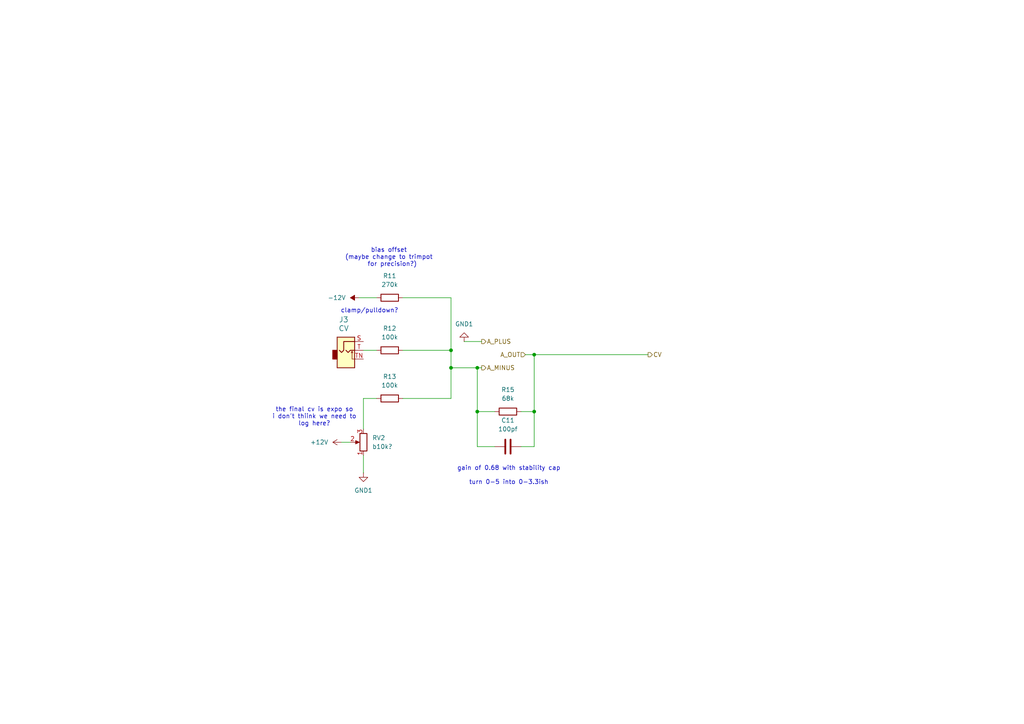
<source format=kicad_sch>
(kicad_sch (version 20231120) (generator "eeschema") (generator_version "8.0")
  (paper "A4")
  (lib_symbols
    (symbol "Device:C" (pin_numbers hide) (pin_names (offset 0.254))
      (property "Reference" "C" (at 0.635 2.54 0))
      (property "Value" "C" (at 0.635 -2.54 0))
      (symbol "C_0_1"
        (polyline (pts (xy -2.032 -0.762) (xy 2.032 -0.762)) (stroke (width 0.508)))
        (polyline (pts (xy -2.032 0.762) (xy 2.032 0.762)) (stroke (width 0.508)))
      )
      (symbol "C_1_1"
        (pin passive line (at 0 3.81 270) (length 2.794) (name "~") (number "1"))
        (pin passive line (at 0 -3.81 90) (length 2.794) (name "~") (number "2"))
      )
    )
    (symbol "KitsBlips:-12V" (power) (pin_numbers hide) (pin_names (offset 0) hide)
      (property "Value" "-12V" (at 0 3.556 0))
      (symbol "-12V_0_0"
        (pin power_in line (at 0 0 90) (length 0) (name "~") (number "1"))
      )
      (symbol "-12V_0_1"
        (polyline (pts (xy 0 0) (xy 0 1.27) (xy 0.762 1.27) (xy 0 2.54) (xy -0.762 1.27) (xy 0 1.27)) (fill (type outline)))
      )
    )
    (symbol "KitsBlips:3.5mm_Mono_Switched" (pin_names (offset 0) hide)
      (property "Reference" "J" (at -5.588 -6.35 0))
      (property "Value" "3.5mm_Mono_Switched" (at -1.27 7.112 0))
      (symbol "3.5mm_Mono_Switched_0_1"
        (rectangle (start -7.62 1.27) (end -8.89 -1.27) (stroke (width 0.254)) (fill (type outline)))
        (rectangle (start -7.62 5.08) (end -2.54 -3.81) (stroke (width 0.254)) (fill (type background)))
        (polyline (pts (xy -3.302 1.016) (xy -3.048 0.508)))
        (polyline (pts (xy -5.08 1.27) (xy -4.445 0.635) (xy -3.81 1.27) (xy -2.54 1.27)) (stroke (width 0.254)))
        (polyline (pts (xy -2.54 -1.27) (xy -3.302 -1.27) (xy -3.302 1.016) (xy -3.556 0.508)))
        (polyline (pts (xy -2.54 3.81) (xy -5.715 3.81) (xy -5.715 1.27) (xy -6.35 0.635) (xy -6.985 1.27)) (stroke (width 0.254)))
      )
      (symbol "3.5mm_Mono_Switched_1_1"
        (pin passive line (at 0 3.81 180) (length 2.54) (name "~") (number "S"))
        (pin passive line (at 0 1.27 180) (length 2.54) (name "~") (number "T"))
        (pin passive line (at 0 -1.27 180) (length 2.54) (name "~") (number "TN"))
      )
    )
    (symbol "KitsBlips:R" (pin_numbers hide) (pin_names (offset 0))
      (property "Reference" "R" (at 2.032 0 90))
      (property "Value" "R" (at 0 0 90))
      (symbol "R_0_1"
        (rectangle (start -1.016 -2.54) (end 1.016 2.54) (stroke (width 0.254)))
      )
      (symbol "R_1_1"
        (pin passive line (at 0 3.81 270) (length 1.27) (name "~") (number "1"))
        (pin passive line (at 0 -3.81 90) (length 1.27) (name "~") (number "2"))
      )
    )
    (symbol "KitsBlips:R_Potentiometer" (pin_names (offset 1.016) hide)
      (property "Reference" "RV" (at -4.445 0 90))
      (property "Value" "R_Potentiometer" (at -2.54 0 90))
      (symbol "R_Potentiometer_0_1"
        (polyline (pts (xy 2.54 0) (xy 1.524 0)))
        (polyline (pts (xy 1.143 0) (xy 2.286 0.508) (xy 2.286 -0.508) (xy 1.143 0)) (fill (type outline)))
        (rectangle (start 1.016 2.54) (end -1.016 -2.54) (stroke (width 0.254)))
      )
      (symbol "R_Potentiometer_1_1"
        (pin passive line (at 0 3.81 270) (length 1.27) (name "1") (number "1"))
        (pin passive line (at 3.81 0 180) (length 1.27) (name "2") (number "2"))
        (pin passive line (at 0 -3.81 90) (length 1.27) (name "3") (number "3"))
      )
    )
    (symbol "power:+12V" (power) (pin_numbers hide) (pin_names (offset 0) hide)
      (property "Value" "+12V" (at 0 3.556 0))
      (symbol "+12V_0_1"
        (polyline (pts (xy -0.762 1.27) (xy 0 2.54)))
        (polyline (pts (xy 0 0) (xy 0 2.54)))
        (polyline (pts (xy 0 2.54) (xy 0.762 1.27)))
      )
      (symbol "+12V_1_1"
        (pin power_in line (at 0 0 90) (length 0) (name "~") (number "1"))
      )
    )
    (symbol "power:GND1" (power) (pin_numbers hide) (pin_names (offset 0) hide)
      (property "Value" "GND1" (at 0 -3.81 0))
      (symbol "GND1_0_1"
        (polyline (pts (xy 0 0) (xy 0 -1.27) (xy 1.27 -1.27) (xy 0 -2.54) (xy -1.27 -1.27) (xy 0 -1.27)))
      )
      (symbol "GND1_1_1"
        (pin power_in line (at 0 0 270) (length 0) (name "~") (number "1"))
      )
    )
  )
  (junction (at 130.81 101.6))
  (junction (at 138.43 106.68))
  (junction (at 154.94 119.38))
  (junction (at 154.94 102.87))
  (junction (at 130.81 106.68))
  (junction (at 138.43 119.38))
  (wire (pts (xy 152.4 102.87) (xy 154.94 102.87)))
  (wire (pts (xy 130.81 101.6) (xy 130.81 106.68)))
  (wire (pts (xy 154.94 102.87) (xy 187.96 102.87)))
  (wire (pts (xy 104.14 86.36) (xy 109.22 86.36)))
  (wire (pts (xy 154.94 102.87) (xy 154.94 119.38)))
  (wire (pts (xy 130.81 106.68) (xy 138.43 106.68)))
  (wire (pts (xy 99.06 128.27) (xy 101.6 128.27)))
  (wire (pts (xy 116.84 101.6) (xy 130.81 101.6)))
  (wire (pts (xy 138.43 119.38) (xy 138.43 106.68)))
  (wire (pts (xy 143.51 129.54) (xy 138.43 129.54)))
  (wire (pts (xy 105.41 115.57) (xy 109.22 115.57)))
  (wire (pts (xy 151.13 119.38) (xy 154.94 119.38)))
  (wire (pts (xy 130.81 86.36) (xy 130.81 101.6)))
  (wire (pts (xy 151.13 129.54) (xy 154.94 129.54)))
  (wire (pts (xy 138.43 106.68) (xy 139.7 106.68)))
  (wire (pts (xy 138.43 129.54) (xy 138.43 119.38)))
  (wire (pts (xy 105.41 101.6) (xy 109.22 101.6)))
  (wire (pts (xy 105.41 124.46) (xy 105.41 115.57)))
  (wire (pts (xy 105.41 132.08) (xy 105.41 137.16)))
  (wire (pts (xy 130.81 106.68) (xy 130.81 115.57)))
  (wire (pts (xy 143.51 119.38) (xy 138.43 119.38)))
  (wire (pts (xy 116.84 86.36) (xy 130.81 86.36)))
  (wire (pts (xy 134.62 99.06) (xy 139.7 99.06)))
  (wire (pts (xy 154.94 129.54) (xy 154.94 119.38)))
  (wire (pts (xy 116.84 115.57) (xy 130.81 115.57)))
  (text "clamp/pulldown?" (at 107.188 90.17 0) (effects (font (size 1.27 1.27))))
  (text "bias offset \n(maybe change to trimpot \n for precision?)" (at 113.284 74.676 0) (effects (font (size 1.27 1.27))))
  (text "the final cv is expo so\ni don't thiink we need to\nlog here?" (at 91.186 120.904 0) (effects (font (size 1.27 1.27))))
  (text "gain of 0.68 with stability cap\n\nturn 0-5 into 0-3.3ish" (at 147.574 137.922 0) (effects (font (size 1.27 1.27))))
  (hierarchical_label "A_PLUS" (shape output) (at 139.7 99.06 0))
  (hierarchical_label "A_MINUS" (shape output) (at 139.7 106.68 0))
  (hierarchical_label "A_OUT" (shape input) (at 152.4 102.87 180))
  (hierarchical_label "CV" (shape output) (at 187.96 102.87 0))
  (symbol (lib_id "KitsBlips:-12V") (at 104.14 86.36 90) (unit 1)
    (property "Reference" "#PWR09" (effects (hide yes)))
    (property "Value" "-12V" (at 100.33 86.3599 90) (effects (justify left)))
    (property "Description" "Power symbol creates a global label with name \"-12V\"" (effects (hide yes)))
    (instances (project "csfilter" (path "" (reference "#PWR011") (unit 1)) (path "" (reference "#PWR09") (unit 1))))
  )
  (symbol (lib_id "KitsBlips:R") (at 147.32 119.38 90) (unit 1)
    (property "Reference" "R14" (at 147.32 113.03 90))
    (property "Value" "68k" (at 147.32 115.57 90))
    (property "Footprint" "PCM_4ms_Resistor:R_Axial_DIN0207_L6.3mm_D2.5mm_P7.62mm_Horizontal" (effects (hide yes)))
    (property "Description" "Resistor" (effects (hide yes)))
    (instances (project "csfilter" (path "" (reference "R15") (unit 1)) (path "" (reference "R14") (unit 1))))
  )
  (symbol (lib_id "KitsBlips:R") (at 113.03 115.57 90) (unit 1)
    (property "Reference" "R10" (at 113.03 109.22 90))
    (property "Value" "100k" (at 113.03 111.76 90))
    (property "Footprint" "PCM_4ms_Resistor:R_Axial_DIN0207_L6.3mm_D2.5mm_P7.62mm_Horizontal" (effects (hide yes)))
    (property "Description" "Resistor" (effects (hide yes)))
    (instances (project "csfilter" (path "" (reference "R13") (unit 1)) (path "" (reference "R10") (unit 1))))
  )
  (symbol (lib_id "Device:C") (at 147.32 129.54 90) (unit 1)
    (property "Reference" "C10" (at 147.32 121.92 90))
    (property "Value" "100pf" (at 147.32 124.46 90))
    (property "Footprint" "Capacitor_THT:C_Disc_D6.0mm_W2.5mm_P5.00mm" (effects (hide yes)))
    (property "Description" "Unpolarized capacitor" (effects (hide yes)))
    (instances (project "csfilter" (path "" (reference "C11") (unit 1)) (path "" (reference "C10") (unit 1))))
  )
  (symbol (lib_id "KitsBlips:R") (at 113.03 101.6 90) (unit 1)
    (property "Reference" "R9" (at 113.03 95.25 90))
    (property "Value" "100k" (at 113.03 97.79 90))
    (property "Footprint" "PCM_4ms_Resistor:R_Axial_DIN0207_L6.3mm_D2.5mm_P7.62mm_Horizontal" (effects (hide yes)))
    (property "Description" "Resistor" (effects (hide yes)))
    (instances (project "csfilter" (path "" (reference "R12") (unit 1)) (path "" (reference "R9") (unit 1))))
  )
  (symbol (lib_id "power:+12V") (at 99.06 128.27 90) (unit 1)
    (property "Reference" "#PWR08" (effects (hide yes)))
    (property "Value" "+12V" (at 95.25 128.2699 90) (effects (justify left)))
    (property "Description" "Power symbol creates a global label with name \"+12V\"" (effects (hide yes)))
    (instances (project "csfilter" (path "" (reference "#PWR010") (unit 1)) (path "" (reference "#PWR08") (unit 1))))
  )
  (symbol (lib_id "KitsBlips:R_Potentiometer") (at 105.41 128.27 180) (unit 1)
    (property "Reference" "RV1" (at 107.95 126.9999 0) (effects (justify right)))
    (property "Value" "b10k?" (at 107.95 129.5399 0) (effects (justify right)))
    (property "Footprint" "KitsBlips:Potentiometer_Alpha_RD901F-40-00D_Single_Vertical" (effects (hide yes)))
    (property "Description" "Potentiometer" (effects (hide yes)))
    (instances (project "csfilter" (path "" (reference "RV2") (unit 1)) (path "" (reference "RV1") (unit 1))))
  )
  (symbol (lib_id "KitsBlips:3.5mm_Mono_Switched") (at 105.41 102.87 0) (unit 1)
    (property "Reference" "J2" (at 99.695 92.71 0) (effects (font (size 1.524 1.524))))
    (property "Value" "CV" (at 99.695 95.25 0) (effects (font (size 1.524 1.524))))
    (property "Footprint" "Connector_Audio:Jack_3.5mm_QingPu_WQP-PJ398SM_Vertical_CircularHoles" (effects (hide yes)))
    (property "Description" "Audio 3.5mm Jack, mono, switched, PC-pin Vertical" (effects (hide yes)))
    (property "Specifications" "Audio 3.5mm Jack, mono, switched, PC-pin Vertical" (effects (hide yes)))
    (property "Manufacturer" "Wenzhou QingPu Electronics Co" (effects (hide yes)))
    (property "Part Number" "WQP-WQP518MA" (effects (hide yes)))
    (instances (project "csfilter" (path "" (reference "J3") (unit 1)) (path "" (reference "J2") (unit 1))))
  )
  (symbol (lib_id "power:GND1") (at 105.41 137.16 0) (unit 1)
    (property "Reference" "#PWR012" (effects (hide yes)))
    (property "Value" "GND1" (at 105.41 142.24 0))
    (property "Description" "Power symbol creates a global label with name \"GND1\" , ground" (effects (hide yes)))
    (instances (project "csfilter" (path "" (reference "#PWR014") (unit 1)) (path "" (reference "#PWR012") (unit 1))))
  )
  (symbol (lib_id "KitsBlips:R") (at 113.03 86.36 90) (unit 1)
    (property "Reference" "R8" (at 113.03 80.01 90))
    (property "Value" "270k" (at 113.03 82.55 90))
    (property "Footprint" "PCM_4ms_Resistor:R_Axial_DIN0207_L6.3mm_D2.5mm_P7.62mm_Horizontal" (effects (hide yes)))
    (property "Description" "Resistor" (effects (hide yes)))
    (instances (project "csfilter" (path "" (reference "R11") (unit 1)) (path "" (reference "R8") (unit 1))))
  )
  (symbol (lib_id "power:GND1") (at 134.62 99.06 180) (unit 1)
    (property "Reference" "#PWR013" (effects (hide yes)))
    (property "Value" "GND1" (at 134.62 93.98 0))
    (property "Description" "Power symbol creates a global label with name \"GND1\" , ground" (effects (hide yes)))
    (instances (project "csfilter" (path "" (reference "#PWR015") (unit 1)) (path "" (reference "#PWR013") (unit 1))))
  )
)
</source>
